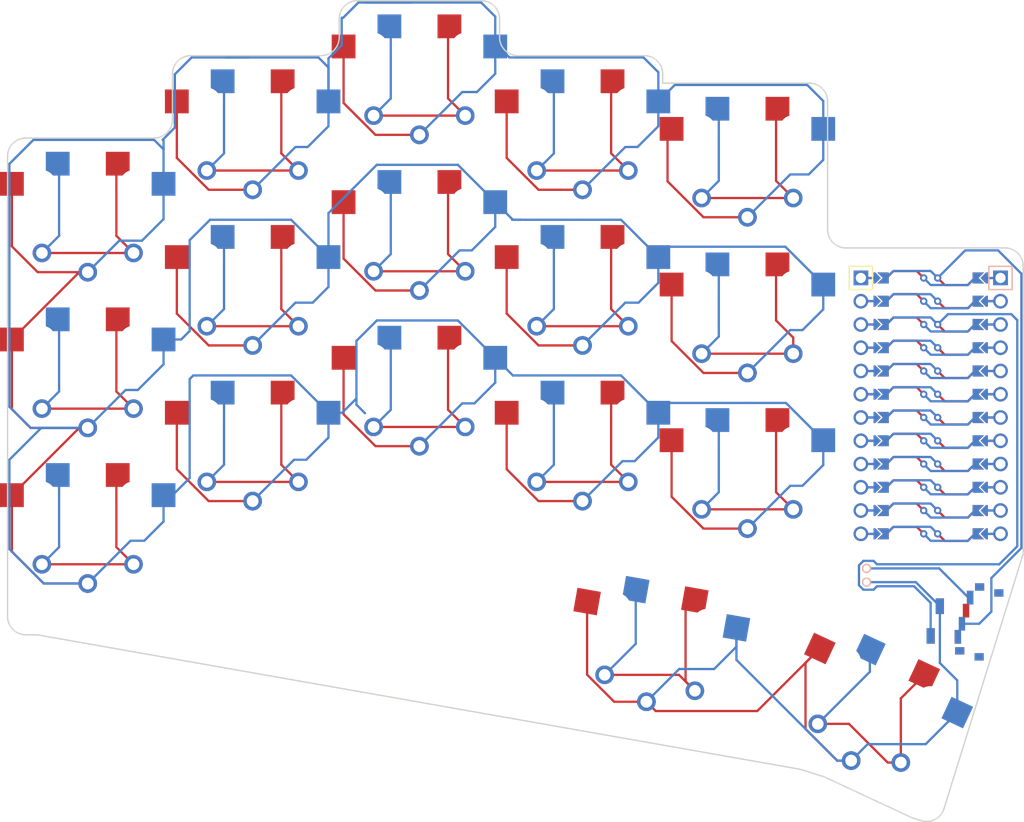
<source format=kicad_pcb>
(kicad_pcb (version 20211014) (generator pcbnew)
  (title_block (title "lazy_ferris") (rev "v1.0.0") (company "Unknown"))
  (layers (0 "F.Cu" signal) (31 "B.Cu" signal) (34 "B.Paste" user) (35 "F.Paste" user) (36 "B.SilkS" user "B.Silkscreen") (37 "F.SilkS" user "F.Silkscreen") (38 "B.Mask" user) (39 "F.Mask" user) (44 "Edge.Cuts" user))
  (net 0 "")
  (net 1 "P8")
  (net 2 "GND")
  (net 3 "P5")
  (net 4 "P2")
  (net 5 "P14")
  (net 6 "P18")
  (net 7 "P20")
  (net 8 "P7")
  (net 9 "P4")
  (net 10 "P0")
  (net 11 "P15")
  (net 12 "P19")
  (net 13 "P21")
  (net 14 "P6")
  (net 15 "P3")
  (net 16 "P1")
  (net 17 "P9")
  (net 18 "P10")
  (net 19 "RAW")
  (net 20 "RST")
  (net 21 "VCC")
  (net 22 "P16")
  (net 23 "pos")
  (footprint "lib:bat" (layer "F.Cu") (at 103 5)
    (fp_text reference "")
    (fp_text value "")
  )
  (footprint "Button_Switch_SMD:SW_SPDT_PCM12" (layer "F.Cu") (at 115 10 72.75)
    (fp_text reference "")
    (fp_text value "")
  )
  (footprint "PG1350" (layer "F.Cu") (at 54.2 -49)
    (fp_text reference "S17" hide)
    (fp_text value "" hide)
  )
  (footprint "PG1350" (layer "F.Cu") (at 54.2 -32)
    (fp_text reference "S15" hide)
    (fp_text value "" hide)
  )
  (footprint "PG1350" (layer "F.Cu") (at 72 -43)
    (fp_text reference "S23" hide)
    (fp_text value "" hide)
  )
  (footprint "PG1350" (layer "F.Cu") (at 90 -6)
    (fp_text reference "S25" hide)
    (fp_text value "" hide)
  )
  (footprint "PG1350" (layer "F.Cu") (at 18 -17 180)
    (fp_text reference "S4" hide)
    (fp_text value "" hide)
  )
  (footprint "PG1350" (layer "F.Cu") (at 80 13 170)
    (fp_text reference "S32" hide)
    (fp_text value "" hide)
  )
  (footprint "PG1350" (layer "F.Cu") (at 80 13 -10)
    (fp_text reference "S31" hide)
    (fp_text value "" hide)
  )
  (footprint "PG1350" (layer "F.Cu") (at 18 -34 180)
    (fp_text reference "S6" hide)
    (fp_text value "" hide)
  )
  (footprint "PG1350" (layer "F.Cu") (at 103.816891 19.893564 155)
    (fp_text reference "S34" hide)
    (fp_text value "" hide)
  )
  (footprint "PG1350" (layer "F.Cu") (at 90 -23 180)
    (fp_text reference "S28" hide)
    (fp_text value "" hide)
  )
  (footprint "PG1350" (layer "F.Cu") (at 18 -17)
    (fp_text reference "S3" hide)
    (fp_text value "" hide)
  )
  (footprint "PG1350" (layer "F.Cu") (at 103.816891 19.893564 -25)
    (fp_text reference "S33" hide)
    (fp_text value "" hide)
  )
  (footprint "PG1350" (layer "F.Cu") (at 36 -26)
    (fp_text reference "S9" hide)
    (fp_text value "" hide)
  )
  (footprint "PG1350" (layer "F.Cu") (at 18 -34)
    (fp_text reference "S5" hide)
    (fp_text value "" hide)
  )
  (footprint "PG1350" (layer "F.Cu") (at 36 -43)
    (fp_text reference "S11" hide)
    (fp_text value "" hide)
  )
  (footprint "PG1350" (layer "F.Cu") (at 90 -40 180)
    (fp_text reference "S30" hide)
    (fp_text value "" hide)
  )
  (footprint "PG1350" (layer "F.Cu") (at 72 -9)
    (fp_text reference "S19" hide)
    (fp_text value "" hide)
  )
  (footprint "PG1350" (layer "F.Cu") (at 72 -26)
    (fp_text reference "S21" hide)
    (fp_text value "" hide)
  )
  (footprint "PG1350" (layer "F.Cu") (at 54.2 -49 180)
    (fp_text reference "S18" hide)
    (fp_text value "" hide)
  )
  (footprint "PG1350" (layer "F.Cu") (at 54.2 -15 180)
    (fp_text reference "S14" hide)
    (fp_text value "" hide)
  )
  (footprint "PG1350" (layer "F.Cu") (at 36 -43 180)
    (fp_text reference "S12" hide)
    (fp_text value "" hide)
  )
  (footprint "PG1350" (layer "F.Cu") (at 90 -6 180)
    (fp_text reference "S26" hide)
    (fp_text value "" hide)
  )
  (footprint "PG1350" (layer "F.Cu") (at 72 -26 180)
    (fp_text reference "S22" hide)
    (fp_text value "" hide)
  )
  (footprint "PG1350" (layer "F.Cu") (at 72 -9 180)
    (fp_text reference "S20" hide)
    (fp_text value "" hide)
  )
  (footprint "ProMicro" (layer "F.Cu") (at 110 -13.5 -90)
    (fp_text reference "MCU1" hide)
    (fp_text value "")
  )
  (footprint "PG1350" (layer "F.Cu") (at 90 -23)
    (fp_text reference "S27" hide)
    (fp_text value "" hide)
  )
  (footprint "PG1350" (layer "F.Cu") (at 36 -9 180)
    (fp_text reference "S8" hide)
    (fp_text value "" hide)
  )
  (footprint "PG1350" (layer "F.Cu") (at 36 -26 180)
    (fp_text reference "S10" hide)
    (fp_text value "" hide)
  )
  (footprint "PG1350" (layer "F.Cu") (at 36 -9)
    (fp_text reference "S7" hide)
    (fp_text value "" hide)
  )
  (footprint "PG1350" (layer "F.Cu") (at 18 0)
    (fp_text reference "S1" hide)
    (fp_text value "" hide)
  )
  (footprint "PG1350" (layer "F.Cu") (at 90 -40)
    (fp_text reference "S29" hide)
    (fp_text value "" hide)
  )
  (footprint "PG1350" (layer "F.Cu") (at 54.2 -15)
    (fp_text reference "S13" hide)
    (fp_text value "" hide)
  )
  (footprint "PG1350" (layer "F.Cu") (at 18 0 180)
    (fp_text reference "S2" hide)
    (fp_text value "" hide)
  )
  (footprint "PG1350" (layer "F.Cu") (at 54.2 -32 180)
    (fp_text reference "S16" hide)
    (fp_text value "" hide)
  )
  (footprint "PG1350" (layer "F.Cu") (at 72 -43 180)
    (fp_text reference "S24" hide)
    (fp_text value "" hide)
  )
  (footprint "Button_Switch_SMD:SW_SPST_B3U-1000P" (layer "F.Cu") (at 110.5 10 72.75)
    (fp_text reference "")
    (fp_text value "")
  )
  (gr_line (start 108.05178 31.516078) (end 108.95502 31.796542) (layer "Edge.Cuts") (width 0.15))
  (gr_arc (start 60.95 -57.75) (mid 62.364214 -57.164214) (end 62.95 -55.75) (layer "Edge.Cuts") (width 0.15))
  (gr_line (start 108 31.5) (end 108.008105 31.502517) (layer "Edge.Cuts") (width 0.15))
  (gr_line (start 64.95 -51.75) (end 78.75 -51.75) (layer "Edge.Cuts") (width 0.15))
  (gr_arc (start 27.25 -44.75) (mid 26.664214 -43.335786) (end 25.25 -42.75) (layer "Edge.Cuts") (width 0.15))
  (gr_line (start 80.75 -48.75) (end 96.75 -48.75) (layer "Edge.Cuts") (width 0.15))
  (gr_line (start 80.75 -48.75) (end 80.75 -49.75) (layer "Edge.Cuts") (width 0.15))
  (gr_line (start 27.25 -49.75) (end 27.25 -44.75) (layer "Edge.Cuts") (width 0.15))
  (gr_line (start 29.25 -51.75) (end 43.45 -51.75) (layer "Edge.Cuts") (width 0.15))
  (gr_line (start 108.008105 31.502517) (end 108.049174 31.521667) (layer "Edge.Cuts") (width 0.15))
  (gr_arc (start 118.1 -30.75) (mid 119.514214 -30.164214) (end 120.1 -28.75) (layer "Edge.Cuts") (width 0.15))
  (gr_arc (start 64.95 -51.75) (mid 63.535786 -52.335786) (end 62.95 -53.75) (layer "Edge.Cuts") (width 0.15))
  (gr_arc (start 78.75 -51.75) (mid 80.164214 -51.164214) (end 80.75 -49.75) (layer "Edge.Cuts") (width 0.15))
  (gr_arc (start 95.641789 26.166192) (mid 95.769864 26.193123) (end 95.895904 26.228374) (layer "Edge.Cuts") (width 0.15))
  (gr_line (start 62.95 -53.75) (end 62.95 -55.75) (layer "Edge.Cuts") (width 0.15))
  (gr_arc (start 11.25 11.5) (mid 9.835786 10.914214) (end 9.25 9.5) (layer "Edge.Cuts") (width 0.15))
  (gr_arc (start 100.75 -30.75) (mid 99.335786 -31.335786) (end 98.75 -32.75) (layer "Edge.Cuts") (width 0.15))
  (gr_line (start 12.637999 11.530384) (end 95.641789 26.166192) (layer "Edge.Cuts") (width 0.15))
  (gr_line (start 120.1 2.75) (end 120.068408 2.75) (layer "Edge.Cuts") (width 0.15))
  (gr_line (start 95.895904 26.228374) (end 98.246694 26.969575) (layer "Edge.Cuts") (width 0.15))
  (gr_arc (start 98.246694 26.969576) (mid 98.370158 27.012994) (end 98.490519 27.064394) (layer "Edge.Cuts") (width 0.15))
  (gr_line (start 9.25 9.5) (end 9.25 -40.75) (layer "Edge.Cuts") (width 0.15))
  (gr_line (start 100.75 -30.75) (end 118.1 -30.75) (layer "Edge.Cuts") (width 0.15))
  (gr_arc (start 45.45 -53.75) (mid 44.864214 -52.335786) (end 43.45 -51.75) (layer "Edge.Cuts") (width 0.15))
  (gr_line (start 111.458143 30.479585) (end 120.068408 2.75) (layer "Edge.Cuts") (width 0.15))
  (gr_arc (start 12.290703 11.500001) (mid 12.465014 11.507612) (end 12.637999 11.530385) (layer "Edge.Cuts") (width 0.15))
  (gr_arc (start 9.25 -40.75) (mid 9.835786 -42.164214) (end 11.25 -42.75) (layer "Edge.Cuts") (width 0.15))
  (gr_line (start 60.95 -57.75) (end 47.45 -57.75) (layer "Edge.Cuts") (width 0.15))
  (gr_arc (start 111.458143 30.479585) (mid 110.479332 31.656477) (end 108.95502 31.796542) (layer "Edge.Cuts") (width 0.15))
  (gr_line (start 108.000343 31.498897) (end 108 31.5) (layer "Edge.Cuts") (width 0.15))
  (gr_line (start 11.25 -42.75) (end 25.25 -42.75) (layer "Edge.Cuts") (width 0.15))
  (gr_line (start 12.290703 11.5) (end 11.25 11.5) (layer "Edge.Cuts") (width 0.15))
  (gr_arc (start 96.75 -48.75) (mid 98.164214 -48.164214) (end 98.75 -46.75) (layer "Edge.Cuts") (width 0.15))
  (gr_line (start 98.490519 27.064394) (end 108.000343 31.498897) (layer "Edge.Cuts") (width 0.15))
  (gr_line (start 120.131984 2.545251) (end 120.1 2.53532) (layer "Edge.Cuts") (width 0.15))
  (gr_line (start 120.1 2.648257) (end 120.1 2.75) (layer "Edge.Cuts") (width 0.15))
  (gr_line (start 45.45 -55.75) (end 45.45 -53.75) (layer "Edge.Cuts") (width 0.15))
  (gr_line (start 120.1 2.648257) (end 120.131984 2.545251) (layer "Edge.Cuts") (width 0.15))
  (gr_line (start 98.75 -32.75) (end 98.75 -46.75) (layer "Edge.Cuts") (width 0.15))
  (gr_line (start 120.1 2.53532) (end 120.1 -28.75) (layer "Edge.Cuts") (width 0.15))
  (gr_arc (start 27.25 -49.75) (mid 27.835786 -51.164214) (end 29.25 -51.75) (layer "Edge.Cuts") (width 0.15))
  (gr_arc (start 45.45 -55.75) (mid 46.035786 -57.164214) (end 47.45 -57.75) (layer "Edge.Cuts") (width 0.15))
  (gr_line (start 108.049174 31.521667) (end 108.05178 31.516078) (layer "Edge.Cuts") (width 0.15))
  (segment (start 21.124999 1.924999) (end 21.124999 -5.799999) (width 0.25) (layer "F.Cu") (net 1))
  (segment (start 23 3.8) (end 13 3.8) (width 0.25) (layer "F.Cu") (net 1))
  (segment (start 23 3.8) (end 21.124999 1.924999) (width 0.25) (layer "F.Cu") (net 1))
  (segment (start 21.124999 -5.799999) (end 21.275 -5.95) (width 0.25) (layer "F.Cu") (net 1))
  (segment (start 13 3.8) (end 14.875001 1.924999) (width 0.25) (layer "B.Cu") (net 1))
  (segment (start 14.875001 1.924999) (end 14.875001 -5.799999) (width 0.25) (layer "B.Cu") (net 1))
  (segment (start 14.875001 -5.799999) (end 14.725 -5.95) (width 0.25) (layer "B.Cu") (net 1))
  (segment (start 63.725 -6.578539) (end 63.725 -12.75) (width 0.25) (layer "F.Cu") (net 2))
  (segment (start 54.2 -43.1) (end 49.403539 -43.1) (width 0.25) (layer "F.Cu") (net 2))
  (segment (start 13.203539 5.9) (end 9.725 2.421461) (width 0.25) (layer "F.Cu") (net 2))
  (segment (start 18 -28.1) (end 12.54 -28.1) (width 0.25) (layer "F.Cu") (net 2))
  (segment (start 54.2 -9.1) (end 49.403539 -9.1) (width 0.25) (layer "F.Cu") (net 2))
  (segment (start 11.76 -11.1) (end 9.725 -13.135) (width 0.25) (layer "F.Cu") (net 2))
  (segment (start 72 -37.1) (end 67.203539 -37.1) (width 0.25) (layer "F.Cu") (net 2))
  (segment (start 49.403539 -26.1) (end 45.925 -29.578539) (width 0.25) (layer "F.Cu") (net 2))
  (segment (start 45.925 -46.578539) (end 45.925 -52.75) (width 0.25) (layer "F.Cu") (net 2))
  (segment (start 67.203539 -37.1) (end 63.725 -40.578539) (width 0.25) (layer "F.Cu") (net 2))
  (segment (start 72.501897 15.856289) (end 72.501897 7.870032) (width 0.25) (layer "F.Cu") (net 2))
  (segment (start 9.725 -20.75) (end 17.075 -28.1) (width 0.25) (layer "F.Cu") (net 2))
  (segment (start 99.79928 25.24078) (end 96.338403 21.779903) (width 0.25) (layer "F.Cu") (net 2))
  (segment (start 31.203539 -3.1) (end 27.725 -6.578539) (width 0.25) (layer "F.Cu") (net 2))
  (segment (start 9.725 2.421461) (end 9.725 -3.75) (width 0.25) (layer "F.Cu") (net 2))
  (segment (start 17.075 -28.1) (end 18 -28.1) (width 0.25) (layer "F.Cu") (net 2))
  (segment (start 96.338403 14.561354) (end 97.902013 12.997744) (width 0.25) (layer "F.Cu") (net 2))
  (segment (start 27.725 -23.578539) (end 27.725 -29.75) (width 0.25) (layer "F.Cu") (net 2))
  (segment (start 72 -3.1) (end 67.203539 -3.1) (width 0.25) (layer "F.Cu") (net 2))
  (segment (start 9.725 -13.135) (end 9.725 -20.75) (width 0.25) (layer "F.Cu") (net 2))
  (segment (start 90 -34.1) (end 85.203539 -34.1) (width 0.25) (layer "F.Cu") (net 2))
  (segment (start 31.203539 -20.1) (end 27.725 -23.578539) (width 0.25) (layer "F.Cu") (net 2))
  (segment (start 81.28 -43.305) (end 81.725 -43.75) (width 0.25) (layer "F.Cu") (net 2))
  (segment (start 18 5.9) (end 13.203539 5.9) (width 0.25) (layer "F.Cu") (net 2))
  (segment (start 45.925 -29.578539) (end 45.925 -35.75) (width 0.25) (layer "F.Cu") (net 2))
  (segment (start 9.725 -30.915) (end 9.725 -37.75) (width 0.25) (layer "F.Cu") (net 2))
  (segment (start 79.991475 19.826365) (end 91.073392 19.826365) (width 0.25) (layer "F.Cu") (net 2))
  (segment (start 36 -37.1) (end 31.203539 -37.1) (width 0.25) (layer "F.Cu") (net 2))
  (segment (start 81.28 -38.023539) (end 81.28 -43.305) (width 0.25) (layer "F.Cu") (net 2))
  (segment (start 67.203539 -3.1) (end 63.725 -6.578539) (width 0.25) (layer "F.Cu") (net 2))
  (segment (start 27.725 -40.578539) (end 27.725 -46.75) (width 0.25) (layer "F.Cu") (net 2))
  (segment (start 81.725 -20.578539) (end 81.725 -26.75) (width 0.25) (layer "F.Cu") (net 2))
  (segment (start 17.075 -11.1) (end 18 -11.1) (width 0.25) (layer "F.Cu") (net 2))
  (segment (start 91.073392 19.826365) (end 97.902013 12.997744) (width 0.25) (layer "F.Cu") (net 2))
  (segment (start 75.455974 18.810366) (end 72.501897 15.856289) (width 0.25) (layer "F.Cu") (net 2))
  (segment (start 78.975476 18.810366) (end 75.455974 18.810366) (width 0.25) (layer "F.Cu") (net 2))
  (segment (start 85.203539 -0.1) (end 81.725 -3.578539) (width 0.25) (layer "F.Cu") (net 2))
  (segment (start 49.403539 -9.1) (end 45.925 -12.578539) (width 0.25) (layer "F.Cu") (net 2))
  (segment (start 90 -0.1) (end 85.203539 -0.1) (width 0.25) (layer "F.Cu") (net 2))
  (segment (start 36 -20.1) (end 31.203539 -20.1) (width 0.25) (layer "F.Cu") (net 2))
  (segment (start 31.203539 -37.1) (end 27.725 -40.578539) (width 0.25) (layer "F.Cu") (net 2))
  (segment (start 9.725 -3.75) (end 17.075 -11.1) (width 0.25) (layer "F.Cu") (net 2))
  (segment (start 36 -3.1) (end 31.203539 -3.1) (width 0.25) (layer "F.Cu") (net 2))
  (segment (start 67.203539 -20.1) (end 63.725 -23.578539) (width 0.25) (layer "F.Cu") (net 2))
  (segment (start 78.975476 18.810366) (end 79.991475 19.826365) (width 0.25) (layer "F.Cu") (net 2))
  (segment (start 27.725 -6.578539) (end 27.725 -12.75) (width 0.25) (layer "F.Cu") (net 2))
  (segment (start 18 -11.1) (end 11.76 -11.1) (width 0.25) (layer "F.Cu") (net 2))
  (segment (start 85.203539 -34.1) (end 81.28 -38.023539) (width 0.25) (layer "F.Cu") (net 2))
  (segment (start 12.54 -28.1) (end 9.725 -30.915) (width 0.25) (layer "F.Cu") (net 2))
  (segment (start 45.925 -12.578539) (end 45.925 -18.75) (width 0.25) (layer "F.Cu") (net 2))
  (segment (start 63.725 -23.578539) (end 63.725 -29.75) (width 0.25) (layer "F.Cu") (net 2))
  (segment (start 63.725 -40.578539) (end 63.725 -46.75) (width 0.25) (layer "F.Cu") (net 2))
  (segment (start 85.203539 -17.1) (end 81.725 -20.578539) (width 0.25) (layer "F.Cu") (net 2))
  (segment (start 81.725 -3.578539) (end 81.725 -9.75) (width 0.25) (layer "F.Cu") (net 2))
  (segment (start 96.338403 21.779903) (end 96.338403 14.561354) (width 0.25) (layer "F.Cu") (net 2))
  (segment (start 90 -17.1) (end 85.203539 -17.1) (width 0.25) (layer "F.Cu") (net 2))
  (segment (start 101.323443 25.24078) (end 99.79928 25.24078) (width 0.25) (layer "F.Cu") (net 2))
  (segment (start 54.2 -26.1) (end 49.403539 -26.1) (width 0.25) (layer "F.Cu") (net 2))
  (segment (start 49.403539 -43.1) (end 45.925 -46.578539) (width 0.25) (layer "F.Cu") (net 2))
  (segment (start 72 -20.1) (end 67.203539 -20.1) (width 0.25) (layer "F.Cu") (net 2))
  (segment (start 80.275 -12.75) (end 80.275 -10.041314) (width 0.25) (layer "B.Cu") (net 2))
  (segment (start 98.275 -43.75) (end 98.275 -46.795) (width 0.25) (layer "B.Cu") (net 2))
  (segment (start 60.474099 -47.774099) (end 62.475 -49.775) (width 0.25) (layer "B.Cu") (net 2))
  (segment (start 11.76 -11.1) (end 9.45 -13.41) (width 0.25) (layer "B.Cu") (net 2))
  (segment (start 26.275 -33.895) (end 26.275 -37.75) (width 0.25) (layer "B.Cu") (net 2))
  (segment (start 49.550001 -22.825001) (end 47.324999 -20.599999) (width 0.25) (layer "B.Cu") (net 2))
  (segment (start 86.36 15.24) (end 88.800465 12.799535) (width 0.25) (layer "B.Cu") (net 2))
  (segment (start 111.004121 14.581776) (end 111.004121 8.376466) (width 0.25) (layer "B.Cu") (net 2))
  (segment (start 98.275 -46.795) (end 96.52 -48.55) (width 0.25) (layer "B.Cu") (net 2))
  (segment (start 90 -0.1) (end 94.674099 -4.774099) (width 0.25) (layer "B.Cu") (net 2))
  (segment (start 78.114099 -24.774099) (end 80.275 -26.935) (width 0.25) (layer "B.Cu") (net 2))
  (segment (start 78.007785 -41.774099) (end 76.674099 -41.774099) (width 0.25) (layer "B.Cu") (net 2))
  (segment (start 112.901406 19.992076) (end 112.901406 16.479061) (width 0.25) (layer "B.Cu") (net 2))
  (segment (start 96.52 -48.55) (end 82.075 -48.55) (width 0.25) (layer "B.Cu") (net 2))
  (segment (start 44.275 -29.75) (end 44.275 -26.495) (width 0.25) (layer "B.Cu") (net 2))
  (segment (start 82.075 -48.55) (end 80.275 -46.75) (width 0.25) (layer "B.Cu") (net 2))
  (segment (start 22.14 -15.24) (end 18 -11.1) (width 0.25) (layer "B.Cu") (net 2))
  (segment (start 44.275 -12.75) (end 40.199999 -16.825001) (width 0.25) (layer "B.Cu") (net 2))
  (segment (start 62.475 -52.75) (end 62.475 -56.01446) (width 0.25) (layer "B.Cu") (net 2))
  (segment (start 18 5.9) (end 22.674099 1.225901) (width 0.25) (layer "B.Cu") (net 2))
  (segment (start 45.871887 -55.88) (end 47.541887 -57.55) (width 0.25) (layer "B.Cu") (net 2))
  (segment (start 103.120358 23.443865) (end 109.449617 23.443865) (width 0.25) (layer "B.Cu") (net 2))
  (segment (start 45.72 -55.88) (end 45.871887 -55.88) (width 0.25) (layer "B.Cu") (net 2))
  (segment (start 58.399999 -39.825001) (end 62.475 -35.75) (width 0.25) (layer "B.Cu") (net 2))
  (segment (start 26.181992 -42.559298) (end 27.508405 -43.885711) (width 0.25) (layer "B.Cu") (net 2))
  (segment (start 43.18 -51.55) (end 33.02 -51.55) (width 0.25) (layer "B.Cu") (net 2))
  (segment (start 72 -20.1) (end 76.674099 -24.774099) (width 0.25) (layer "B.Cu") (net 2))
  (segment (start 80.275 -26.935) (end 80.275 -29.75) (width 0.25) (layer "B.Cu") (net 2))
  (segment (start 42.007785 -41.774099) (end 44.275 -44.041314) (width 0.25) (layer "B.Cu") (net 2))
  (segment (start 47.324999 -20.599999) (end 47.324999 -14.304999) (width 0.25) (layer "B.Cu") (net 2))
  (segment (start 44.275 -46.75) (end 44.275 -50.455) (width 0.25) (layer "B.Cu") (net 2))
  (segment (start 62.832503 -53.144004) (end 62.475 -52.786501) (width 0.25) (layer "B.Cu") (net 2))
  (segment (start 80.275 -46.75) (end 80.275 -44.041314) (width 0.25) (layer "B.Cu") (net 2))
  (segment (start 18 -28.1) (end 21.441 -31.541) (width 0.25) (layer "B.Cu") (net 2))
  (segment (start 23.921 -31.541) (end 26.275 -33.895) (width 0.25) (layer "B.Cu") (net 2))
  (segment (start 76.199999 -16.825001) (end 65.085001 -16.825001) (width 0.25) (layer "B.Cu") (net 2))
  (segment (start 45.77 -12.75) (end 47.324999 -14.304999) (width 0.25) (layer "B.Cu") (net 2))
  (segment (start 29.124999 -5.614001) (end 27.260998 -3.75) (width 0.25) (layer "B.Cu") (net 2))
  (segment (start 13.203539 5.9) (end 9.45 2.146461) (width 0.25) (layer "B.Cu") (net 2))
  (segment (start 24.174099 1.225901) (end 26.275 -0.875) (width 0.25) (layer "B.Cu") (net 2))
  (segment (start 45.72 -52.897306) (end 45.72 -55.88) (width 0.25) (layer "B.Cu") (net 2))
  (segment (start 62.475 -35.75) (end 62.475 -33.041314) (width 0.25) (layer "B.Cu") (net 2))
  (segment (start 62.475 -18.75) (end 58.399999 -22.825001) (width 0.25) (layer "B.Cu") (net 2))
  (segment (start 47.324999 -14.304999) (end 47.324999 -13.635001) (width 0.25) (layer "B.Cu") (net 2))
  (segment (start 80.275 -12.75) (end 76.199999 -16.825001) (width 0.25) (layer "B.Cu") (net 2))
  (segment (start 36 -20.1) (end 40.503157 -24.603157) (width 0.25) (layer "B.Cu") (net 2))
  (segment (start 65.234999 -33.825001) (end 64.305001 -33.825001) (width 0.25) (layer "B.Cu") (net 2))
  (segment (start 94.1425 -30.8825) (end 81.4075 -30.8825) (width 0.25) (layer "B.Cu") (net 2))
  (segment (start 29.124999 -31.599999) (end 29.124999 -21.675001) (width 0.25) (layer "B.Cu") (net 2))
  (segment (start 26.275 -20.75) (end 26.275 -18.041314) (width 0.25) (layer "B.Cu") (net 2))
  (segment (start 60.944393 -57.545067) (end 60.93946 -57.55) (width 0.25) (layer "B.Cu") (net 2))
  (segment (start 90 -17.1) (end 94.674099 -21.774099) (width 0.25) (layer "B.Cu") (net 2))
  (segment (start 44.275 -46.75) (end 44.275 -51.452306) (width 0.25) (layer "B.Cu") (net 2))
  (segment (start 94.674099 -21.774099) (end 96.007785 -21.774099) (width 0.25) (layer "B.Cu") (net 2))
  (segment (start 44.275 -44.041314) (end 44.275 -46.75) (width 0.25) (layer "B.Cu") (net 2))
  (segment (start 64.027306 -51.55) (end 62.832503 -52.744803) (width 0.25) (layer "B.Cu") (net 2))
  (segment (start 26.275 -18.041314) (end 23.473686 -15.24) (width 0.25) (layer "B.Cu") (net 2))
  (segment (start 44.275 -34.55) (end 49.550001 -39.825001) (width 0.25) (layer "B.Cu") (net 2))
  (segment (start 9.45 -13.41) (end 9.45 -39.93) (width 0.25) (layer "B.Cu") (net 2))
  (segment (start 58.399999 -22.825001) (end 49.550001 -22.825001) (width 0.25) (layer "B.Cu") (net 2))
  (segment (start 101.323443 25.24078) (end 103.120358 23.443865) (width 0.25) (layer "B.Cu") (net 2))
  (segment (start 80.275 -10.041314) (end 77.693686 -7.46) (width 0.25) (layer "B.Cu") (net 2))
  (segment (start 26.275 -41.515) (end 26.275 -42.46629) (width 0.25) (layer "B.Cu") (net 2))
  (segment (start 77.693686 -7.46) (end 76.36 -7.46) (width 0.25) (layer "B.Cu") (net 2))
  (segment (start 44.275 -50.455) (end 43.18 -51.55) (width 0.25) (layer "B.Cu") (net 2))
  (segment (start 9.45 2.146461) (end 9.45 -7.62) (width 0.25) (layer "B.Cu") (net 2))
  (segment (start 26.275 -20.75) (end 28.199998 -20.75) (width 0.25) (layer "B.Cu") (net 2))
  (segment (start 12.07 -42.55) (end 25.24 -42.55) (width 0.25) (layer "B.Cu") (net 2))
  (segment (start 41.853686 -7.62) (end 44.275 -10.041314) (width 0.25) (layer "B.Cu") (net 2))
  (segment (start 58.58 -30.48) (end 54.2 -26.1) (width 0.25) (layer "B.Cu") (net 2))
  (segment (start 82.545842 15.24) (end 86.36 15.24) (width 0.25) (layer "B.Cu") (net 2))
  (segment (start 31.350001 -33.825001) (end 29.124999 -31.599999) (width 0.25) (layer "B.Cu") (net 2))
  (segment (start 26.275 -37.75) (end 26.275 -41.515) (width 0.25) (layer "B.Cu") (net 2))
  (segment (start 54.2 -43.1) (end 58.874099 -47.774099) (width 0.25) (layer "B.Cu") (net 2))
  (segment (start 40.674099 -41.774099) (end 42.007785 -41.774099) (width 0.25) (layer "B.Cu") (net 2))
  (segment (start 27.508405 -49.716518) (end 29.341887 -51.55) (width 0.25) (layer "B.Cu") (net 2))
  (segment (start 44.275 -10.041314) (end 44.275 -12.75) (width 0.25) (layer "B.Cu") (net 2))
  (segment (start 81.350001 -13.825001) (end 80.275 -12.75) (width 0.25) (layer "B.Cu") (net 2))
  (segment (start 80.275 -46.75) (end 80.275 -49.933113) (width 0.25) (layer "B.Cu") (net 2))
  (segment (start 98.275 -7.041314) (end 98.275 -9.75) (width 0.25) (layer "B.Cu") (net 2))
  (segment (start 36 -37.1) (end 40.674099 -41.774099) (width 0.25) (layer "B.Cu") (net 2))
  (segment (start 40.674099 -24.774099) (end 40.503157 -24.603157) (width 0.25) (layer "B.Cu") (net 2))
  (segment (start 60.207785 -13.774099) (end 58.874099 -13.774099) (width 0.25) (layer "B.Cu") (net 2))
  (segment (start 27.260998 -3.75) (end 26.275 -3.75) (width 0.25) (layer "B.Cu") (net 2))
  (segment (start 98.275 -9.75) (end 94.199999 -13.825001) (width 0.25) (layer "B.Cu") (net 2))
  (segment (start 40.199999 -16.825001) (end 29.525001 -16.825001) (width 0.25) (layer "B.Cu") (net 2))
  (segment (start 78.658113 -51.55) (end 64.027306 -51.55) (width 0.25) (layer "B.Cu") (net 2))
  (segment (start 88.800465 12.799535) (end 88.800465 10.74391) (width 0.25) (layer "B.Cu") (net 2))
  (segment (start 62.475 -16.041314) (end 60.207785 -13.774099) (width 0.25) (layer "B.Cu") (net 2))
  (segment (start 64.399999 -16.825001) (end 65.085001 -16.825001) (width 0.25) (layer "B.Cu") (net 2))
  (segment (start 26.275 -42.46629) (end 26.181992 -42.559298) (width 0.25) (layer "B.Cu") (net 2))
  (segment (start 94.674099 -38.774099) (end 96.684099 -38.774099) (width 0.25) (layer "B.Cu") (net 2))
  (segment (start 18 -11.1) (end 11.76 -11.1) (width 0.25) (layer "B.Cu") (net 2))
  (segment (start 80.275 -29.75) (end 76.199999 -33.825001) (width 0.25) (layer "B.Cu") (net 2))
  (segment (start 21.441 -31.541) (end 23.921 -31.541) (width 0.25) (layer "B.Cu") (net 2))
  (segment (start 94.199999 -13.825001) (end 81.350001 -13.825001) (width 0.25) (layer "B.Cu") (net 2))
  (segment (start 44.275 -26.495) (end 42.554099 -24.774099) (width 0.25) (layer "B.Cu") (net 2))
  (segment (start 96.007785 -4.774099) (end 98.275 -7.041314) (width 0.25) (layer "B.Cu") (net 2))
  (segment (start 58.874099 -47.774099) (end 60.474099 -47.774099) (width 0.25) (layer "B.Cu") (net 2))
  (segment (start 12.93 -11.1) (end 18 -11.1) (width 0.25) (layer "B.Cu") (net 2))
  (segment (start 64.399999 -33.825001) (end 65.234999 -33.825001) (width 0.25) (layer "B.Cu") (net 2))
  (segment (start 62.475 -52.786501) (end 62.475 -52.75) (width 0.25) (layer "B.Cu") (net 2))
  (segment (start 62.475 -56.01446) (end 60.944393 -57.545067) (width 0.25) (layer "B.Cu") (net 2))
  (segment (start 22.674099 1.225901) (end 24.174099 1.225901) (width 0.25) (layer "B.Cu") (net 2))
  (segment (start 98.275 -26.75) (end 94.1425 -30.8825) (width 0.25) (layer "B.Cu") (net 2))
  (segment (start 49.550001 -39.825001) (end 58.399999 -39.825001) (width 0.25) (layer "B.Cu") (net 2))
  (segment (start 94.674099 -4.774099) (end 96.007785 -4.774099) (width 0.25) (layer "B.Cu") (net 2))
  (segment (start 23.473686 -15.24) (end 22.14 -15.24) (width 0.25) (layer "B.Cu") (net 2))
  (segment (start 103 5.75) (end 108.377655 5.75) (width 0.25) (layer "B.Cu") (net 2))
  (segment (start 9.45 -7.62) (end 12.93 -11.1) (width 0.25) (layer "B.Cu") (net 2))
  (segment (start 40.199999 -33.825001) (end 44.275 -29.75) (width 0.25) (layer "B.Cu") (net 2))
  (segment (start 80.275 -49.933113) (end 78.658113 -51.55) (width 0.25) (layer "B.Cu") (net 2))
  (segment (start 31.350001 -33.825001) (end 40.199999 -33.825001) (width 0.25) (layer "B.Cu") (net 2))
  (segment (start 62.475 -49.775) (end 62.475 -52.75) (width 0.25) (layer "B.Cu") (net 2))
  (segment (start 59.913686 -30.48) (end 58.58 -30.48) (width 0.25) (layer "B.Cu") (net 2))
  (segment (start 96.007785 -21.774099) (end 98.275 -24.041314) (width 0.25) (layer "B.Cu") (net 2))
  (segment (start 40.52 -7.62) (end 41.853686 -7.62) (width 0.25) (layer "B.Cu") (net 2))
  (segment (start 62.475 -35.75) (end 64.399999 -33.825001) (width 0.25) (layer "B.Cu") (net 2))
  (segment (start 88.800465 10.74391) (end 88.800465 14.241965) (width 0.25) (layer "B.Cu") (net 2))
  (segment (start 109.449617 23.443865) (end 112.901406 19.992076) (width 0.25) (layer "B.Cu") (net 2))
  (segment (start 88.800465 14.241965) (end 99.79928 25.24078) (width 0.25) (layer "B.Cu") (net 2))
  (segment (start 96.684099 -38.774099) (end 98.275 -40.365) (width 0.25) (layer "B.Cu") (net 2))
  (segment (start 112.901406 16.479061) (end 111.004121 14.581776) (width 0.25) (layer "B.Cu") (net 2))
  (segment (start 80.275 -44.041314) (end 78.007785 -41.774099) (width 0.25) (layer "B.Cu") (net 2))
  (segment (start 108.377655 5.75) (end 111.004121 8.376466) (width 0.25) (layer "B.Cu") (net 2))
  (segment (start 99.79928 25.24078) (end 101.323443 25.24078) (width 0.25) (layer "B.Cu") (net 2))
  (segment (start 98.275 -24.041314) (end 98.275 -26.75) (width 0.25) (layer "B.Cu") (net 2))
  (segment (start 62.475 -18.75) (end 62.475 -16.041314) (width 0.25) (layer "B.Cu") (net 2))
  (segment (start 72 -3.1) (end 76.36 -7.46) (width 0.25) (layer "B.Cu") (net 2))
  (segment (start 60.93946 -57.55) (end 48.26 -57.55) (width 0.25) (layer "B.Cu") (net 2))
  (segment (start 54.2 -9.1) (end 58.874099 -13.774099) (width 0.25) (layer "B.Cu") (net 2))
  (segment (start 81.4075 -30.8825) (end 80.275 -29.75) (width 0.25) (layer "B.Cu") (net 2))
  (segment (start 25.24 -42.55) (end 26.275 -41.515) (width 0.25) (layer "B.Cu") (net 2))
  (segment (start 28.199998 -20.75) (end 29.124999 -21.675001) (width 0.25) (layer "B.Cu") (net 2))
  (segment (start 44.275 -12.75) (end 45.77 -12.75) (width 0.25) (layer "B.Cu") (net 2))
  (segment (start 62.475 -33.041314) (end 59.913686 -30.48) (width 0.25) (layer "B.Cu") (net 2))
  (segment (start 42.554099 -24.774099) (end 40.674099 -24.774099) (width 0.25) (layer "B.Cu") (net 2))
  (segment (start 27.508405 -43.885711) (end 27.508405 -49.716518) (width 0.25) (layer "B.Cu") (net 2))
  (segment (start 18 5.9) (end 13.203539 5.9) (width 0.25) (layer "B.Cu") (net 2))
  (segment (start 76.674099 -24.774099) (end 78.114099 -24.774099) (width 0.25) (layer "B.Cu") (net 2))
  (segment (start 29.124999 -16.424999) (end 29.124999 -5.614001) (width 0.25) (layer "B.Cu") (net 2))
  (segment (start 26.275 -0.875) (end 26.275 -3.75) (width 0.25) (layer "B.Cu") (net 2))
  (segment (start 72 -37.1) (end 76.674099 -41.774099) (width 0.25) (layer "B.Cu") (net 2))
  (segment (start 44.275 -51.452306) (end 45.72 -52.897306) (width 0.25) (layer "B.Cu") (net 2))
  (segment (start 62.832503 -52.744803) (end 62.832503 -53.144004) (width 0.25) (layer "B.Cu") (net 2))
  (segment (start 29.525001 -16.825001) (end 29.124999 -16.424999) (width 0.25) (layer "B.Cu") (net 2))
  (segment (start 29.341887 -51.55) (end 35.56 -51.55) (width 0.25) (layer "B.Cu") (net 2))
  (segment (start 98.275 -40.365) (end 98.275 -43.75) (width 0.25) (layer "B.Cu") (net 2))
  (segment (start 47.324999 -13.635001) (end 48.26 -12.7) (width 0.25) (layer "B.Cu") (net 2))
  (segment (start 62.475 -18.75) (end 64.399999 -16.825001) (width 0.25) (layer "B.Cu") (net 2))
  (segment (start 47.541887 -57.55) (end 53.34 -57.55) (width 0.25) (layer "B.Cu") (net 2))
  (segment (start 44.275 -29.75) (end 44.275 -34.55) (width 0.25) (layer "B.Cu") (net 2))
  (segment (start 76.199999 -33.825001) (end 65.234999 -33.825001) (width 0.25) (layer "B.Cu") (net 2))
  (segment (start 9.45 -39.93) (end 12.07 -42.55) (width 0.25) (layer "B.Cu") (net 2))
  (segment (start 90 -34.1) (end 94.674099 -38.774099) (width 0.25) (layer "B.Cu") (net 2))
  (segment (start 78.975476 18.810366) (end 82.545842 15.24) (width 0.25) (layer "B.Cu") (net 2))
  (segment (start 36 -3.1) (end 40.52 -7.62) (width 0.25) (layer "B.Cu") (net 2))
  (segment (start 21.124999 -22.799999) (end 21.275 -22.95) (width 0.25) (layer "F.Cu") (net 3))
  (segment (start 21.124999 -15.075001) (end 21.124999 -22.799999) (width 0.25) (layer "F.Cu") (net 3))
  (segment (start 23 -13.2) (end 13 -13.2) (width 0.25) (layer "F.Cu") (net 3))
  (segment (start 23 -13.2) (end 21.124999 -15.075001) (width 0.25) (layer "F.Cu") (net 3))
  (segment (start 13 -13.2) (end 14.875001 -15.075001) (width 0.25) (layer "B.Cu") (net 3))
  (segment (start 14.875001 -15.075001) (end 14.875001 -22.799999) (width 0.25) (layer "B.Cu") (net 3))
  (segment (start 14.875001 -22.799999) (end 14.725 -22.95) (width 0.25) (layer "B.Cu") (net 3))
  (segment (start 21.124999 -32.075001) (end 21.124999 -39.799999) (width 0.25) (layer "F.Cu") (net 4))
  (segment (start 21.124999 -39.799999) (end 21.275 -39.95) (width 0.25) (layer "F.Cu") (net 4))
  (segment (start 23 -30.2) (end 13 -30.2) (width 0.25) (layer "F.Cu") (net 4))
  (segment (start 23 -30.2) (end 21.124999 -32.075001) (width 0.25) (layer "F.Cu") (net 4))
  (segment (start 14.875001 -39.799999) (end 14.725 -39.95) (width 0.25) (layer "B.Cu") (net 4))
  (segment (start 13 -30.2) (end 14.875001 -32.075001) (width 0.25) (layer "B.Cu") (net 4))
  (segment (start 14.875001 -32.075001) (end 14.875001 -39.799999) (width 0.25) (layer "B.Cu") (net 4))
  (segment (start 41 -5.2) (end 31 -5.2) (width 0.25) (layer "F.Cu") (net 5))
  (segment (start 41 -5.2) (end 39.124999 -7.075001) (width 0.25) (layer "F.Cu") (net 5))
  (segment (start 39.124999 -7.075001) (end 39.124999 -14.799999) (width 0.25) (layer "F.Cu") (net 5))
  (segment (start 39.124999 -14.799999) (end 39.275 -14.95) (width 0.25) (layer "F.Cu") (net 5))
  (segment (start 32.875001 -7.075001) (end 32.875001 -14.799999) (width 0.25) (layer "B.Cu") (net 5))
  (segment (start 32.875001 -14.799999) (end 32.725 -14.95) (width 0.25) (layer "B.Cu") (net 5))
  (segment (start 31 -5.2) (end 32.875001 -7.075001) (width 0.25) (layer "B.Cu") (net 5))
  (segment (start 39.124999 -31.799999) (end 39.275 -31.95) (width 0.25) (layer "F.Cu") (net 6))
  (segment (start 41 -22.2) (end 39.124999 -24.075001) (width 0.25) (layer "F.Cu") (net 6))
  (segment (start 39.124999 -24.075001) (end 39.124999 -31.799999) (width 0.25) (layer "F.Cu") (net 6))
  (segment (start 41 -22.2) (end 31 -22.2) (width 0.25) (layer "F.Cu") (net 6))
  (segment (start 32.875001 -31.799999) (end 32.725 -31.95) (width 0.25) (layer "B.Cu") (net 6))
  (segment (start 31 -22.2) (end 32.875001 -24.075001) (width 0.25) (layer "B.Cu") (net 6))
  (segment (start 32.875001 -24.075001) (end 32.875001 -31.799999) (width 0.25) (layer "B.Cu") (net 6))
  (segment (start 41 -39.2) (end 31 -39.2) (width 0.25) (layer "F.Cu") (net 7))
  (segment (start 41 -39.2) (end 39.124999 -41.075001) (width 0.25) (layer "F.Cu") (net 7))
  (segment (start 39.124999 -48.799999) (end 39.275 -48.95) (width 0.25) (layer "F.Cu") (net 7))
  (segment (start 39.124999 -41.075001) (end 39.124999 -48.799999) (width 0.25) (layer "F.Cu") (net 7))
  (segment (start 32.875001 -41.075001) (end 32.875001 -48.799999) (width 0.25) (layer "B.Cu") (net 7))
  (segment (start 32.875001 -48.799999) (end 32.725 -48.95) (width 0.25) (layer "B.Cu") (net 7))
  (segment (start 31 -39.2) (end 32.875001 -41.075001) (width 0.25) (layer "B.Cu") (net 7))
  (segment (start 59.2 -11.2) (end 49.2 -11.2) (width 0.25) (layer "F.Cu") (net 8))
  (segment (start 57.324999 -20.799999) (end 57.475 -20.95) (width 0.25) (layer "F.Cu") (net 8))
  (segment (start 57.324999 -13.075001) (end 57.324999 -20.799999) (width 0.25) (layer "F.Cu") (net 8))
  (segment (start 59.2 -11.2) (end 57.324999 -13.075001) (width 0.25) (layer "F.Cu") (net 8))
  (segment (start 51.075001 -13.075001) (end 51.075001 -20.799999) (width 0.25) (layer "B.Cu") (net 8))
  (segment (start 49.2 -11.2) (end 51.075001 -13.075001) (width 0.25) (layer "B.Cu") (net 8))
  (segment (start 51.075001 -20.799999) (end 50.925 -20.95) (width 0.25) (layer "B.Cu") (net 8))
  (segment (start 59.2 -28.2) (end 49.2 -28.2) (width 0.25) (layer "F.Cu") (net 9))
  (segment (start 57.324999 -30.075001) (end 57.324999 -37.799999) (width 0.25) (layer "F.Cu") (net 9))
  (segment (start 59.2 -28.2) (end 57.324999 -30.075001) (width 0.25) (layer "F.Cu") (net 9))
  (segment (start 57.324999 -37.799999) (end 57.475 -37.95) (width 0.25) (layer "F.Cu") (net 9))
  (segment (start 51.075001 -37.799999) (end 50.925 -37.95) (width 0.25) (layer "B.Cu") (net 9))
  (segment (start 51.075001 -30.075001) (end 51.075001 -37.799999) (width 0.25) (layer "B.Cu") (net 9))
  (segment (start 49.2 -28.2) (end 51.075001 -30.075001) (width 0.25) (layer "B.Cu") (net 9))
  (segment (start 57.324999 -47.075001) (end 57.324999 -54.799999) (width 0.25) (layer "F.Cu") (net 10))
  (segment (start 57.324999 -54.799999) (end 57.475 -54.95) (width 0.25) (layer "F.Cu") (net 10))
  (segment (start 59.2 -45.2) (end 57.324999 -47.075001) (width 0.25) (layer "F.Cu") (net 10))
  (segment (start 59.2 -45.2) (end 49.2 -45.2) (width 0.25) (layer "F.Cu") (net 10))
  (segment (start 51.075001 -47.075001) (end 51.075001 -54.799999) (width 0.25) (layer "B.Cu") (net 10))
  (segment (start 51.075001 -54.799999) (end 50.925 -54.95) (width 0.25) (layer "B.Cu") (net 10))
  (segment (start 49.2 -45.2) (end 51.075001 -47.075001) (width 0.25) (layer "B.Cu") (net 10))
  (segment (start 75.124999 -7.075001) (end 75.124999 -14.799999) (width 0.25) (layer "F.Cu") (net 11))
  (segment (start 77 -5.2) (end 75.124999 -7.075001) (width 0.25) (layer "F.Cu") (net 11))
  (segment (start 75.124999 -14.799999) (end 75.275 -14.95) (width 0.25) (layer "F.Cu") (net 11))
  (segment (start 77 -5.2) (end 67 -5.2) (width 0.25) (layer "F.Cu") (net 11))
  (segment (start 68.875001 -14.799999) (end 68.725 -14.95) (width 0.25) (layer "B.Cu") (net 11))
  (segment (start 68.875001 -7.075001) (end 68.875001 -14.799999) (width 0.25) (layer "B.Cu") (net 11))
  (segment (start 67 -5.2) (end 68.875001 -7.075001) (width 0.25) (layer "B.Cu") (net 11))
  (segment (start 77 -22.2) (end 67 -22.2) (width 0.25) (layer "F.Cu") (net 12))
  (segment (start 77 -22.2) (end 75.124999 -24.075001) (width 0.25) (layer "F.Cu") (net 12))
  (segment (start 75.124999 -31.799999) (end 75.275 -31.95) (width 0.25) (layer "F.Cu") (net 12))
  (segment (start 75.124999 -24.075001) (end 75.124999 -31.799999) (width 0.25) (layer "F.Cu") (net 12))
  (segment (start 67 -22.2) (end 68.875001 -24.075001) (width 0.25) (layer "B.Cu") (net 12))
  (segment (start 68.875001 -31.799999) (end 68.725 -31.95) (width 0.25) (layer "B.Cu") (net 12))
  (segment (start 68.875001 -24.075001) (end 68.875001 -31.799999) (width 0.25) (layer "B.Cu") (net 12))
  (segment (start 75.124999 -41.075001) (end 75.124999 -48.799999) (width 0.25) (layer "F.Cu") (net 13))
  (segment (start 77 -39.2) (end 75.124999 -41.075001) (width 0.25) (layer "F.Cu") (net 13))
  (segment (start 77 -39.2) (end 67 -39.2) (width 0.25) (layer "F.Cu") (net 13))
  (segment (start 75.124999 -48.799999) (end 75.275 -48.95) (width 0.25) (layer "F.Cu") (net 13))
  (segment (start 67 -39.2) (end 68.875001 -41.075001) (width 0.25) (layer "B.Cu") (net 13))
  (segment (start 68.875001 -41.075001) (end 68.875001 -48.799999) (width 0.25) (layer "B.Cu") (net 13))
  (segment (start 68.875001 -48.799999) (end 68.725 -48.95) (width 0.25) (layer "B.Cu") (net 13))
  (segment (start 93.124999 -11.799999) (end 93.275 -11.95) (width 0.25) (layer "F.Cu") (net 14))
  (segment (start 93.124999 -4.075001) (end 93.124999 -11.799999) (width 0.25) (layer "F.Cu") (net 14))
  (segment (start 95 -2.2) (end 85 -2.2) (width 0.25) (layer "F.Cu") (net 14))
  (segment (start 95 -2.2) (end 93.124999 -4.075001) (width 0.25) (layer "F.Cu") (net 14))
  (segment (start 85 -2.2) (end 86.875001 -4.075001) (width 0.25) (layer "B.Cu") (net 14))
  (segment (start 86.875001 -11.799999) (end 86.725 -11.95) (width 0.25) (layer "B.Cu") (net 14))
  (segment (start 86.875001 -4.075001) (end 86.875001 -11.799999) (width 0.25) (layer "B.Cu") (net 14))
  (segment (start 93.124999 -22.830002) (end 93.124999 -28.799999) (width 0.25) (layer "F.Cu") (net 15))
  (segment (start 95 -19.2) (end 95 -20.955001) (width 0.25) (layer "F.Cu") (net 15))
  (segment (start 93.124999 -28.799999) (end 93.275 -28.95) (width 0.25) (layer "F.Cu") (net 15))
  (segment (start 95 -19.2) (end 85 -19.2) (width 0.25) (layer "F.Cu") (net 15))
  (segment (start 95 -20.955001) (end 93.124999 -22.830002) (width 0.25) (layer "F.Cu") (net 15))
  (segment (start 85 -19.2) (end 86.875001 -21.075001) (width 0.25) (layer "B.Cu") (net 15))
  (segment (start 86.875001 -21.075001) (end 86.875001 -28.799999) (width 0.25) (layer "B.Cu") (net 15))
  (segment (start 86.875001 -28.799999) (end 86.725 -28.95) (width 0.25) (layer "B.Cu") (net 15))
  (segment (start 93.124999 -38.075001) (end 93.124999 -45.799999) (width 0.25) (layer "F.Cu") (net 16))
  (segment (start 95 -36.2) (end 85 -36.2) (width 0.25) (layer "F.Cu") (net 16))
  (segment (start 93.124999 -45.799999) (end 93.275 -45.95) (width 0.25) (layer "F.Cu") (net 16))
  (segment (start 95 -36.2) (end 93.124999 -38.075001) (width 0.25) (layer "F.Cu") (net 16))
  (segment (start 86.875001 -38.075001) (end 86.875001 -45.799999) (width 0.25) (layer "B.Cu") (net 16))
  (segment (start 86.875001 -45.799999) (end 86.725 -45.95) (width 0.25) (layer "B.Cu") (net 16))
  (segment (start 85 -36.2) (end 86.875001 -38.075001) (width 0.25) (layer "B.Cu") (net 16))
  (segment (start 83.248177 8.719367) (end 84.258452 7.709092) (width 0.25) (layer "F.Cu") (net 17))
  (segment (start 84.264176 17.61051) (end 83.248177 16.594511) (width 0.25) (layer "F.Cu") (net 17))
  (segment (start 83.248177 16.594511) (end 83.248177 8.719367) (width 0.25) (layer "F.Cu") (net 17))
  (segment (start 82.527695 15.874029) (end 74.416098 15.874029) (width 0.25) (layer "F.Cu") (net 17))
  (segment (start 84.264176 17.61051) (end 82.527695 15.874029) (width 0.25) (layer "F.Cu") (net 17))
  (segment (start 77.807961 12.482166) (end 77.807961 6.571696) (width 0.25) (layer "B.Cu") (net 17))
  (segment (start 74.416098 15.874029) (end 77.807961 12.482166) (width 0.25) (layer "B.Cu") (net 17))
  (segment (start 101.079458 21.224442) (end 97.679403 21.224442) (width 0.25) (layer "F.Cu") (net 18))
  (segment (start 106.742481 25.450625) (end 106.742481 18.442254) (width 0.25) (layer "F.Cu") (net 18))
  (segment (start 106.742481 25.450625) (end 105.305641 25.450625) (width 0.25) (layer "F.Cu") (net 18))
  (segment (start 106.742481 18.442254) (end 109.299628 15.885107) (width 0.25) (layer "F.Cu") (net 18))
  (segment (start 105.305641 25.450625) (end 101.079458 21.224442) (width 0.25) (layer "F.Cu") (net 18))
  (segment (start 103.363312 15.540533) (end 103.363312 13.116958) (width 0.25) (layer "B.Cu") (net 18))
  (segment (start 97.679403 21.224442) (end 103.363312 15.540533) (width 0.25) (layer "B.Cu") (net 18))
  (segment (start 113.411915 10.292211) (end 115.299815 10.292211) (width 0.25) (layer "B.Cu") (net 19))
  (segment (start 119.9 2.02) (end 119.9 -27.94) (width 0.25) (layer "B.Cu") (net 19))
  (segment (start 117.36 -30.48) (end 113.772 -30.48) (width 0.25) (layer "B.Cu") (net 19))
  (segment (start 116.623055 8.968971) (end 116.623055 5.296945) (width 0.25) (layer "B.Cu") (net 19))
  (segment (start 113.772 -30.48) (end 110.762 -27.47) (width 0.25) (layer "B.Cu") (net 19))
  (segment (start 115.299815 10.292211) (end 116.623055 8.968971) (width 0.25) (layer "B.Cu") (net 19))
  (segment (start 116.623055 5.296945) (end 119.9 2.02) (width 0.25) (layer "B.Cu") (net 19))
  (segment (start 119.9 -27.94) (end 117.36 -30.48) (width 0.25) (layer "B.Cu") (net 19))
  (segment (start 109.995879 8.00462) (end 108.191259 6.2) (width 0.25) (layer "B.Cu") (net 20))
  (segment (start 109.995879 11.623534) (end 109.995879 8.00462) (width 0.25) (layer "B.Cu") (net 20))
  (segment (start 119.45 1.833604) (end 119.45 -22.86) (width 0.25) (layer "B.Cu") (net 20))
  (segment (start 108.191259 6.2) (end 104.14 6.2) (width 0.25) (layer "B.Cu") (net 20))
  (segment (start 104.14 6.2) (end 103.765 6.575) (width 0.25) (layer "B.Cu") (net 20))
  (segment (start 102.658273 6.575) (end 102.175 6.091727) (width 0.25) (layer "B.Cu") (net 20))
  (segment (start 119.45 -22.86) (end 118.795 -23.515) (width 0.25) (layer "B.Cu") (net 20))
  (segment (start 102.658273 3.425) (end 103.765 3.425) (width 0.25) (layer "B.Cu") (net 20))
  (segment (start 117.483604 3.8) (end 119.45 1.833604) (width 0.25) (layer "B.Cu") (net 20))
  (segment (start 104.14 3.8) (end 117.483604 3.8) (width 0.25) (layer "B.Cu") (net 20))
  (segment (start 103.765 3.425) (end 104.14 3.8) (width 0.25) (layer "B.Cu") (net 20))
  (segment (start 118.795 -23.515) (end 111.887 -23.515) (width 0.25) (layer "B.Cu") (net 20))
  (segment (start 111.887 -23.515) (end 110.762 -22.39) (width 0.25) (layer "B.Cu") (net 20))
  (segment (start 102.175 6.091727) (end 102.175 3.908273) (width 0.25) (layer "B.Cu") (net 20))
  (segment (start 103.765 6.575) (end 102.658273 6.575) (width 0.25) (layer "B.Cu") (net 20))
  (segment (start 102.175 3.908273) (end 102.658273 3.425) (width 0.25) (layer "B.Cu") (net 20))
  (segment (start 110.93 4.25) (end 114.107151 7.427151) (width 0.25) (layer "B.Cu") (net 23))
  (segment (start 114.107151 7.427151) (end 114.30154 7.427151) (width 0.25) (layer "B.Cu") (net 23))
  (segment (start 103 4.25) (end 110.93 4.25) (width 0.25) (layer "B.Cu") (net 23))
)
</source>
